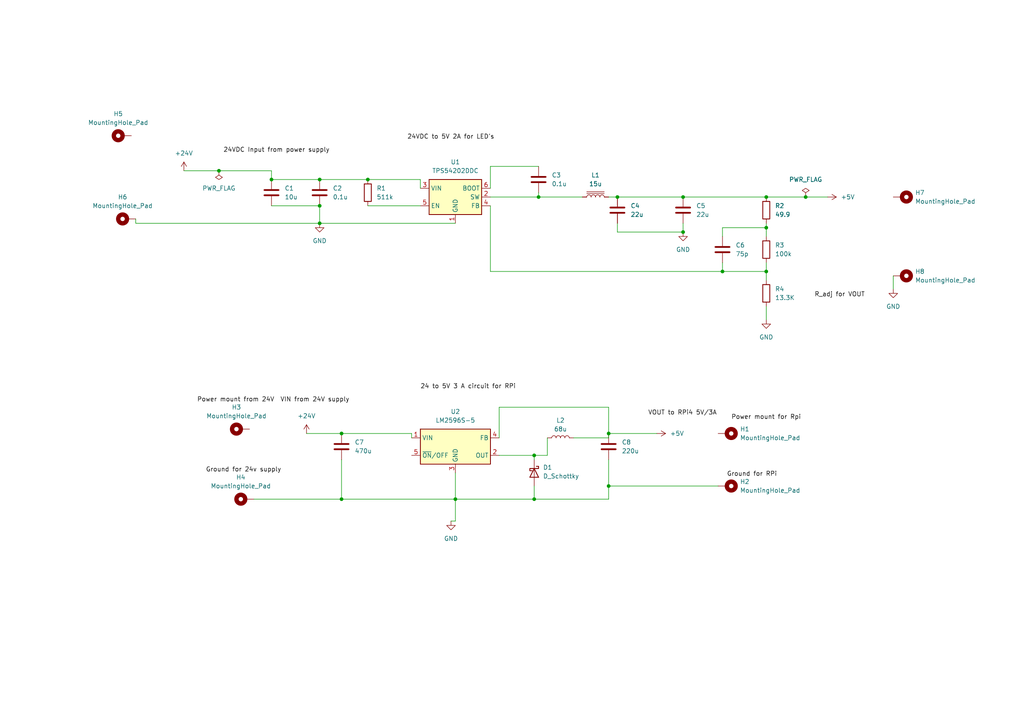
<source format=kicad_sch>
(kicad_sch (version 20230121) (generator eeschema)

  (uuid c8a1dbed-09ff-4cce-b212-445f2f4631fc)

  (paper "A4")

  (title_block
    (date "2023-09-15")
    (rev "2")
    (company "SDSU Team 12")
  )

  (lib_symbols
    (symbol "Device:C" (pin_numbers hide) (pin_names (offset 0.254)) (in_bom yes) (on_board yes)
      (property "Reference" "C" (at 0.635 2.54 0)
        (effects (font (size 1.27 1.27)) (justify left))
      )
      (property "Value" "C" (at 0.635 -2.54 0)
        (effects (font (size 1.27 1.27)) (justify left))
      )
      (property "Footprint" "" (at 0.9652 -3.81 0)
        (effects (font (size 1.27 1.27)) hide)
      )
      (property "Datasheet" "~" (at 0 0 0)
        (effects (font (size 1.27 1.27)) hide)
      )
      (property "ki_keywords" "cap capacitor" (at 0 0 0)
        (effects (font (size 1.27 1.27)) hide)
      )
      (property "ki_description" "Unpolarized capacitor" (at 0 0 0)
        (effects (font (size 1.27 1.27)) hide)
      )
      (property "ki_fp_filters" "C_*" (at 0 0 0)
        (effects (font (size 1.27 1.27)) hide)
      )
      (symbol "C_0_1"
        (polyline
          (pts
            (xy -2.032 -0.762)
            (xy 2.032 -0.762)
          )
          (stroke (width 0.508) (type default))
          (fill (type none))
        )
        (polyline
          (pts
            (xy -2.032 0.762)
            (xy 2.032 0.762)
          )
          (stroke (width 0.508) (type default))
          (fill (type none))
        )
      )
      (symbol "C_1_1"
        (pin passive line (at 0 3.81 270) (length 2.794)
          (name "~" (effects (font (size 1.27 1.27))))
          (number "1" (effects (font (size 1.27 1.27))))
        )
        (pin passive line (at 0 -3.81 90) (length 2.794)
          (name "~" (effects (font (size 1.27 1.27))))
          (number "2" (effects (font (size 1.27 1.27))))
        )
      )
    )
    (symbol "Device:D_Schottky" (pin_numbers hide) (pin_names (offset 1.016) hide) (in_bom yes) (on_board yes)
      (property "Reference" "D" (at 0 2.54 0)
        (effects (font (size 1.27 1.27)))
      )
      (property "Value" "D_Schottky" (at 0 -2.54 0)
        (effects (font (size 1.27 1.27)))
      )
      (property "Footprint" "" (at 0 0 0)
        (effects (font (size 1.27 1.27)) hide)
      )
      (property "Datasheet" "~" (at 0 0 0)
        (effects (font (size 1.27 1.27)) hide)
      )
      (property "ki_keywords" "diode Schottky" (at 0 0 0)
        (effects (font (size 1.27 1.27)) hide)
      )
      (property "ki_description" "Schottky diode" (at 0 0 0)
        (effects (font (size 1.27 1.27)) hide)
      )
      (property "ki_fp_filters" "TO-???* *_Diode_* *SingleDiode* D_*" (at 0 0 0)
        (effects (font (size 1.27 1.27)) hide)
      )
      (symbol "D_Schottky_0_1"
        (polyline
          (pts
            (xy 1.27 0)
            (xy -1.27 0)
          )
          (stroke (width 0) (type default))
          (fill (type none))
        )
        (polyline
          (pts
            (xy 1.27 1.27)
            (xy 1.27 -1.27)
            (xy -1.27 0)
            (xy 1.27 1.27)
          )
          (stroke (width 0.254) (type default))
          (fill (type none))
        )
        (polyline
          (pts
            (xy -1.905 0.635)
            (xy -1.905 1.27)
            (xy -1.27 1.27)
            (xy -1.27 -1.27)
            (xy -0.635 -1.27)
            (xy -0.635 -0.635)
          )
          (stroke (width 0.254) (type default))
          (fill (type none))
        )
      )
      (symbol "D_Schottky_1_1"
        (pin passive line (at -3.81 0 0) (length 2.54)
          (name "K" (effects (font (size 1.27 1.27))))
          (number "1" (effects (font (size 1.27 1.27))))
        )
        (pin passive line (at 3.81 0 180) (length 2.54)
          (name "A" (effects (font (size 1.27 1.27))))
          (number "2" (effects (font (size 1.27 1.27))))
        )
      )
    )
    (symbol "Device:L" (pin_numbers hide) (pin_names (offset 1.016) hide) (in_bom yes) (on_board yes)
      (property "Reference" "L" (at -1.27 0 90)
        (effects (font (size 1.27 1.27)))
      )
      (property "Value" "L" (at 1.905 0 90)
        (effects (font (size 1.27 1.27)))
      )
      (property "Footprint" "" (at 0 0 0)
        (effects (font (size 1.27 1.27)) hide)
      )
      (property "Datasheet" "~" (at 0 0 0)
        (effects (font (size 1.27 1.27)) hide)
      )
      (property "ki_keywords" "inductor choke coil reactor magnetic" (at 0 0 0)
        (effects (font (size 1.27 1.27)) hide)
      )
      (property "ki_description" "Inductor" (at 0 0 0)
        (effects (font (size 1.27 1.27)) hide)
      )
      (property "ki_fp_filters" "Choke_* *Coil* Inductor_* L_*" (at 0 0 0)
        (effects (font (size 1.27 1.27)) hide)
      )
      (symbol "L_0_1"
        (arc (start 0 -2.54) (mid 0.6323 -1.905) (end 0 -1.27)
          (stroke (width 0) (type default))
          (fill (type none))
        )
        (arc (start 0 -1.27) (mid 0.6323 -0.635) (end 0 0)
          (stroke (width 0) (type default))
          (fill (type none))
        )
        (arc (start 0 0) (mid 0.6323 0.635) (end 0 1.27)
          (stroke (width 0) (type default))
          (fill (type none))
        )
        (arc (start 0 1.27) (mid 0.6323 1.905) (end 0 2.54)
          (stroke (width 0) (type default))
          (fill (type none))
        )
      )
      (symbol "L_1_1"
        (pin passive line (at 0 3.81 270) (length 1.27)
          (name "1" (effects (font (size 1.27 1.27))))
          (number "1" (effects (font (size 1.27 1.27))))
        )
        (pin passive line (at 0 -3.81 90) (length 1.27)
          (name "2" (effects (font (size 1.27 1.27))))
          (number "2" (effects (font (size 1.27 1.27))))
        )
      )
    )
    (symbol "Device:L_Iron" (pin_numbers hide) (pin_names (offset 1.016) hide) (in_bom yes) (on_board yes)
      (property "Reference" "L" (at -1.27 0 90)
        (effects (font (size 1.27 1.27)))
      )
      (property "Value" "L_Iron" (at 2.794 0 90)
        (effects (font (size 1.27 1.27)))
      )
      (property "Footprint" "" (at 0 0 0)
        (effects (font (size 1.27 1.27)) hide)
      )
      (property "Datasheet" "~" (at 0 0 0)
        (effects (font (size 1.27 1.27)) hide)
      )
      (property "ki_keywords" "inductor choke coil reactor magnetic" (at 0 0 0)
        (effects (font (size 1.27 1.27)) hide)
      )
      (property "ki_description" "Inductor with iron core" (at 0 0 0)
        (effects (font (size 1.27 1.27)) hide)
      )
      (property "ki_fp_filters" "Choke_* *Coil* Inductor_* L_*" (at 0 0 0)
        (effects (font (size 1.27 1.27)) hide)
      )
      (symbol "L_Iron_0_1"
        (arc (start 0 -2.54) (mid 0.6323 -1.905) (end 0 -1.27)
          (stroke (width 0) (type default))
          (fill (type none))
        )
        (arc (start 0 -1.27) (mid 0.6323 -0.635) (end 0 0)
          (stroke (width 0) (type default))
          (fill (type none))
        )
        (polyline
          (pts
            (xy 1.016 2.54)
            (xy 1.016 -2.54)
          )
          (stroke (width 0) (type default))
          (fill (type none))
        )
        (polyline
          (pts
            (xy 1.524 -2.54)
            (xy 1.524 2.54)
          )
          (stroke (width 0) (type default))
          (fill (type none))
        )
        (arc (start 0 0) (mid 0.6323 0.635) (end 0 1.27)
          (stroke (width 0) (type default))
          (fill (type none))
        )
        (arc (start 0 1.27) (mid 0.6323 1.905) (end 0 2.54)
          (stroke (width 0) (type default))
          (fill (type none))
        )
      )
      (symbol "L_Iron_1_1"
        (pin passive line (at 0 3.81 270) (length 1.27)
          (name "1" (effects (font (size 1.27 1.27))))
          (number "1" (effects (font (size 1.27 1.27))))
        )
        (pin passive line (at 0 -3.81 90) (length 1.27)
          (name "2" (effects (font (size 1.27 1.27))))
          (number "2" (effects (font (size 1.27 1.27))))
        )
      )
    )
    (symbol "Device:R" (pin_numbers hide) (pin_names (offset 0)) (in_bom yes) (on_board yes)
      (property "Reference" "R" (at 2.032 0 90)
        (effects (font (size 1.27 1.27)))
      )
      (property "Value" "R" (at 0 0 90)
        (effects (font (size 1.27 1.27)))
      )
      (property "Footprint" "" (at -1.778 0 90)
        (effects (font (size 1.27 1.27)) hide)
      )
      (property "Datasheet" "~" (at 0 0 0)
        (effects (font (size 1.27 1.27)) hide)
      )
      (property "ki_keywords" "R res resistor" (at 0 0 0)
        (effects (font (size 1.27 1.27)) hide)
      )
      (property "ki_description" "Resistor" (at 0 0 0)
        (effects (font (size 1.27 1.27)) hide)
      )
      (property "ki_fp_filters" "R_*" (at 0 0 0)
        (effects (font (size 1.27 1.27)) hide)
      )
      (symbol "R_0_1"
        (rectangle (start -1.016 -2.54) (end 1.016 2.54)
          (stroke (width 0.254) (type default))
          (fill (type none))
        )
      )
      (symbol "R_1_1"
        (pin passive line (at 0 3.81 270) (length 1.27)
          (name "~" (effects (font (size 1.27 1.27))))
          (number "1" (effects (font (size 1.27 1.27))))
        )
        (pin passive line (at 0 -3.81 90) (length 1.27)
          (name "~" (effects (font (size 1.27 1.27))))
          (number "2" (effects (font (size 1.27 1.27))))
        )
      )
    )
    (symbol "Mechanical:MountingHole_Pad" (pin_numbers hide) (pin_names (offset 1.016) hide) (in_bom yes) (on_board yes)
      (property "Reference" "H" (at 0 6.35 0)
        (effects (font (size 1.27 1.27)))
      )
      (property "Value" "MountingHole_Pad" (at 0 4.445 0)
        (effects (font (size 1.27 1.27)))
      )
      (property "Footprint" "" (at 0 0 0)
        (effects (font (size 1.27 1.27)) hide)
      )
      (property "Datasheet" "~" (at 0 0 0)
        (effects (font (size 1.27 1.27)) hide)
      )
      (property "ki_keywords" "mounting hole" (at 0 0 0)
        (effects (font (size 1.27 1.27)) hide)
      )
      (property "ki_description" "Mounting Hole with connection" (at 0 0 0)
        (effects (font (size 1.27 1.27)) hide)
      )
      (property "ki_fp_filters" "MountingHole*Pad*" (at 0 0 0)
        (effects (font (size 1.27 1.27)) hide)
      )
      (symbol "MountingHole_Pad_0_1"
        (circle (center 0 1.27) (radius 1.27)
          (stroke (width 1.27) (type default))
          (fill (type none))
        )
      )
      (symbol "MountingHole_Pad_1_1"
        (pin input line (at 0 -2.54 90) (length 2.54)
          (name "1" (effects (font (size 1.27 1.27))))
          (number "1" (effects (font (size 1.27 1.27))))
        )
      )
    )
    (symbol "Regulator_Switching:LM2596S-5" (in_bom yes) (on_board yes)
      (property "Reference" "U" (at -10.16 6.35 0)
        (effects (font (size 1.27 1.27)) (justify left))
      )
      (property "Value" "LM2596S-5" (at 0 6.35 0)
        (effects (font (size 1.27 1.27)) (justify left))
      )
      (property "Footprint" "Package_TO_SOT_SMD:TO-263-5_TabPin3" (at 1.27 -6.35 0)
        (effects (font (size 1.27 1.27) italic) (justify left) hide)
      )
      (property "Datasheet" "http://www.ti.com/lit/ds/symlink/lm2596.pdf" (at 0 0 0)
        (effects (font (size 1.27 1.27)) hide)
      )
      (property "ki_keywords" "Step-Down Voltage Regulator 5V 3A" (at 0 0 0)
        (effects (font (size 1.27 1.27)) hide)
      )
      (property "ki_description" "5V 3A Step-Down Voltage Regulator, TO-263" (at 0 0 0)
        (effects (font (size 1.27 1.27)) hide)
      )
      (property "ki_fp_filters" "TO?263*" (at 0 0 0)
        (effects (font (size 1.27 1.27)) hide)
      )
      (symbol "LM2596S-5_0_1"
        (rectangle (start -10.16 5.08) (end 10.16 -5.08)
          (stroke (width 0.254) (type default))
          (fill (type background))
        )
      )
      (symbol "LM2596S-5_1_1"
        (pin power_in line (at -12.7 2.54 0) (length 2.54)
          (name "VIN" (effects (font (size 1.27 1.27))))
          (number "1" (effects (font (size 1.27 1.27))))
        )
        (pin output line (at 12.7 -2.54 180) (length 2.54)
          (name "OUT" (effects (font (size 1.27 1.27))))
          (number "2" (effects (font (size 1.27 1.27))))
        )
        (pin power_in line (at 0 -7.62 90) (length 2.54)
          (name "GND" (effects (font (size 1.27 1.27))))
          (number "3" (effects (font (size 1.27 1.27))))
        )
        (pin input line (at 12.7 2.54 180) (length 2.54)
          (name "FB" (effects (font (size 1.27 1.27))))
          (number "4" (effects (font (size 1.27 1.27))))
        )
        (pin input line (at -12.7 -2.54 0) (length 2.54)
          (name "~{ON}/OFF" (effects (font (size 1.27 1.27))))
          (number "5" (effects (font (size 1.27 1.27))))
        )
      )
    )
    (symbol "Regulator_Switching:TPS54202DDC" (in_bom yes) (on_board yes)
      (property "Reference" "U" (at -7.62 6.35 0)
        (effects (font (size 1.27 1.27)) (justify left))
      )
      (property "Value" "TPS54202DDC" (at 0 6.35 0)
        (effects (font (size 1.27 1.27)) (justify left))
      )
      (property "Footprint" "Package_TO_SOT_SMD:SOT-23-6" (at 1.27 -8.89 0)
        (effects (font (size 1.27 1.27)) (justify left) hide)
      )
      (property "Datasheet" "http://www.ti.com/lit/ds/symlink/tps54202.pdf" (at -7.62 8.89 0)
        (effects (font (size 1.27 1.27)) hide)
      )
      (property "ki_keywords" "switching buck converter power-supply voltage regulator emi spread spectrum" (at 0 0 0)
        (effects (font (size 1.27 1.27)) hide)
      )
      (property "ki_description" "2A, 4.5 to 28V Input, EMI Friendly integrated switch synchronous step-down regulator, pulse-skipping, SOT-23-6" (at 0 0 0)
        (effects (font (size 1.27 1.27)) hide)
      )
      (property "ki_fp_filters" "SOT?23*" (at 0 0 0)
        (effects (font (size 1.27 1.27)) hide)
      )
      (symbol "TPS54202DDC_0_1"
        (rectangle (start -7.62 5.08) (end 7.62 -5.08)
          (stroke (width 0.254) (type default))
          (fill (type background))
        )
      )
      (symbol "TPS54202DDC_1_1"
        (pin power_in line (at 0 -7.62 90) (length 2.54)
          (name "GND" (effects (font (size 1.27 1.27))))
          (number "1" (effects (font (size 1.27 1.27))))
        )
        (pin power_out line (at 10.16 0 180) (length 2.54)
          (name "SW" (effects (font (size 1.27 1.27))))
          (number "2" (effects (font (size 1.27 1.27))))
        )
        (pin power_in line (at -10.16 2.54 0) (length 2.54)
          (name "VIN" (effects (font (size 1.27 1.27))))
          (number "3" (effects (font (size 1.27 1.27))))
        )
        (pin input line (at 10.16 -2.54 180) (length 2.54)
          (name "FB" (effects (font (size 1.27 1.27))))
          (number "4" (effects (font (size 1.27 1.27))))
        )
        (pin input line (at -10.16 -2.54 0) (length 2.54)
          (name "EN" (effects (font (size 1.27 1.27))))
          (number "5" (effects (font (size 1.27 1.27))))
        )
        (pin passive line (at 10.16 2.54 180) (length 2.54)
          (name "BOOT" (effects (font (size 1.27 1.27))))
          (number "6" (effects (font (size 1.27 1.27))))
        )
      )
    )
    (symbol "power:+24V" (power) (pin_names (offset 0)) (in_bom yes) (on_board yes)
      (property "Reference" "#PWR" (at 0 -3.81 0)
        (effects (font (size 1.27 1.27)) hide)
      )
      (property "Value" "+24V" (at 0 3.556 0)
        (effects (font (size 1.27 1.27)))
      )
      (property "Footprint" "" (at 0 0 0)
        (effects (font (size 1.27 1.27)) hide)
      )
      (property "Datasheet" "" (at 0 0 0)
        (effects (font (size 1.27 1.27)) hide)
      )
      (property "ki_keywords" "global power" (at 0 0 0)
        (effects (font (size 1.27 1.27)) hide)
      )
      (property "ki_description" "Power symbol creates a global label with name \"+24V\"" (at 0 0 0)
        (effects (font (size 1.27 1.27)) hide)
      )
      (symbol "+24V_0_1"
        (polyline
          (pts
            (xy -0.762 1.27)
            (xy 0 2.54)
          )
          (stroke (width 0) (type default))
          (fill (type none))
        )
        (polyline
          (pts
            (xy 0 0)
            (xy 0 2.54)
          )
          (stroke (width 0) (type default))
          (fill (type none))
        )
        (polyline
          (pts
            (xy 0 2.54)
            (xy 0.762 1.27)
          )
          (stroke (width 0) (type default))
          (fill (type none))
        )
      )
      (symbol "+24V_1_1"
        (pin power_in line (at 0 0 90) (length 0) hide
          (name "+24V" (effects (font (size 1.27 1.27))))
          (number "1" (effects (font (size 1.27 1.27))))
        )
      )
    )
    (symbol "power:+5V" (power) (pin_names (offset 0)) (in_bom yes) (on_board yes)
      (property "Reference" "#PWR" (at 0 -3.81 0)
        (effects (font (size 1.27 1.27)) hide)
      )
      (property "Value" "+5V" (at 0 3.556 0)
        (effects (font (size 1.27 1.27)))
      )
      (property "Footprint" "" (at 0 0 0)
        (effects (font (size 1.27 1.27)) hide)
      )
      (property "Datasheet" "" (at 0 0 0)
        (effects (font (size 1.27 1.27)) hide)
      )
      (property "ki_keywords" "global power" (at 0 0 0)
        (effects (font (size 1.27 1.27)) hide)
      )
      (property "ki_description" "Power symbol creates a global label with name \"+5V\"" (at 0 0 0)
        (effects (font (size 1.27 1.27)) hide)
      )
      (symbol "+5V_0_1"
        (polyline
          (pts
            (xy -0.762 1.27)
            (xy 0 2.54)
          )
          (stroke (width 0) (type default))
          (fill (type none))
        )
        (polyline
          (pts
            (xy 0 0)
            (xy 0 2.54)
          )
          (stroke (width 0) (type default))
          (fill (type none))
        )
        (polyline
          (pts
            (xy 0 2.54)
            (xy 0.762 1.27)
          )
          (stroke (width 0) (type default))
          (fill (type none))
        )
      )
      (symbol "+5V_1_1"
        (pin power_in line (at 0 0 90) (length 0) hide
          (name "+5V" (effects (font (size 1.27 1.27))))
          (number "1" (effects (font (size 1.27 1.27))))
        )
      )
    )
    (symbol "power:GND" (power) (pin_names (offset 0)) (in_bom yes) (on_board yes)
      (property "Reference" "#PWR" (at 0 -6.35 0)
        (effects (font (size 1.27 1.27)) hide)
      )
      (property "Value" "GND" (at 0 -3.81 0)
        (effects (font (size 1.27 1.27)))
      )
      (property "Footprint" "" (at 0 0 0)
        (effects (font (size 1.27 1.27)) hide)
      )
      (property "Datasheet" "" (at 0 0 0)
        (effects (font (size 1.27 1.27)) hide)
      )
      (property "ki_keywords" "global power" (at 0 0 0)
        (effects (font (size 1.27 1.27)) hide)
      )
      (property "ki_description" "Power symbol creates a global label with name \"GND\" , ground" (at 0 0 0)
        (effects (font (size 1.27 1.27)) hide)
      )
      (symbol "GND_0_1"
        (polyline
          (pts
            (xy 0 0)
            (xy 0 -1.27)
            (xy 1.27 -1.27)
            (xy 0 -2.54)
            (xy -1.27 -1.27)
            (xy 0 -1.27)
          )
          (stroke (width 0) (type default))
          (fill (type none))
        )
      )
      (symbol "GND_1_1"
        (pin power_in line (at 0 0 270) (length 0) hide
          (name "GND" (effects (font (size 1.27 1.27))))
          (number "1" (effects (font (size 1.27 1.27))))
        )
      )
    )
    (symbol "power:PWR_FLAG" (power) (pin_numbers hide) (pin_names (offset 0) hide) (in_bom yes) (on_board yes)
      (property "Reference" "#FLG" (at 0 1.905 0)
        (effects (font (size 1.27 1.27)) hide)
      )
      (property "Value" "PWR_FLAG" (at 0 3.81 0)
        (effects (font (size 1.27 1.27)))
      )
      (property "Footprint" "" (at 0 0 0)
        (effects (font (size 1.27 1.27)) hide)
      )
      (property "Datasheet" "~" (at 0 0 0)
        (effects (font (size 1.27 1.27)) hide)
      )
      (property "ki_keywords" "flag power" (at 0 0 0)
        (effects (font (size 1.27 1.27)) hide)
      )
      (property "ki_description" "Special symbol for telling ERC where power comes from" (at 0 0 0)
        (effects (font (size 1.27 1.27)) hide)
      )
      (symbol "PWR_FLAG_0_0"
        (pin power_out line (at 0 0 90) (length 0)
          (name "pwr" (effects (font (size 1.27 1.27))))
          (number "1" (effects (font (size 1.27 1.27))))
        )
      )
      (symbol "PWR_FLAG_0_1"
        (polyline
          (pts
            (xy 0 0)
            (xy 0 1.27)
            (xy -1.016 1.905)
            (xy 0 2.54)
            (xy 1.016 1.905)
            (xy 0 1.27)
          )
          (stroke (width 0) (type default))
          (fill (type none))
        )
      )
    )
  )

  (junction (at 222.25 66.04) (diameter 0) (color 0 0 0 0)
    (uuid 2797f860-fa1d-48dd-a77d-c5cbb9ba0bee)
  )
  (junction (at 63.5 49.53) (diameter 0) (color 0 0 0 0)
    (uuid 2eb2c96b-74b9-4005-8534-d22868ebc91b)
  )
  (junction (at 154.94 144.78) (diameter 0) (color 0 0 0 0)
    (uuid 371df89e-68e1-48e2-baed-dc12fcabb57e)
  )
  (junction (at 222.25 57.15) (diameter 0) (color 0 0 0 0)
    (uuid 37c09415-b957-42a1-ba1f-08913868ad97)
  )
  (junction (at 209.55 78.74) (diameter 0) (color 0 0 0 0)
    (uuid 3d1ae8d9-5f7d-4783-83a2-37779e25d0c1)
  )
  (junction (at 99.06 125.73) (diameter 0) (color 0 0 0 0)
    (uuid 46515907-76ff-452e-b55f-a0fe7909916f)
  )
  (junction (at 106.68 52.07) (diameter 0) (color 0 0 0 0)
    (uuid 4732c804-c3b8-42e3-b9ae-1b29edad4bea)
  )
  (junction (at 92.71 52.07) (diameter 0) (color 0 0 0 0)
    (uuid 5d27b4e5-f735-4d9b-9e05-a7361b19012d)
  )
  (junction (at 179.07 57.15) (diameter 0) (color 0 0 0 0)
    (uuid 5e5e2f9a-a78e-4cdd-8114-693c1d57dcdc)
  )
  (junction (at 99.06 144.78) (diameter 0) (color 0 0 0 0)
    (uuid 6d7cc117-2f52-4149-8788-88251bd87644)
  )
  (junction (at 198.12 57.15) (diameter 0) (color 0 0 0 0)
    (uuid 85f28024-df3b-44d4-83dd-a60e3deb2171)
  )
  (junction (at 78.74 52.07) (diameter 0) (color 0 0 0 0)
    (uuid 88db6738-2744-4b46-90c5-672737024d01)
  )
  (junction (at 156.21 57.15) (diameter 0) (color 0 0 0 0)
    (uuid a29727e3-6f01-4164-9fc1-0c89800053eb)
  )
  (junction (at 198.12 67.31) (diameter 0) (color 0 0 0 0)
    (uuid b2723e98-818b-4ba4-9f68-3b46317ccf45)
  )
  (junction (at 176.53 125.73) (diameter 0) (color 0 0 0 0)
    (uuid b58a2aa2-dd8a-43a3-bac7-e75a16eebeed)
  )
  (junction (at 92.71 59.69) (diameter 0) (color 0 0 0 0)
    (uuid bb6f5023-56f9-412a-ae62-34024f15ec6c)
  )
  (junction (at 222.25 78.74) (diameter 0) (color 0 0 0 0)
    (uuid c2514e33-0c4c-43b2-a923-3b76b03156c2)
  )
  (junction (at 132.08 144.78) (diameter 0) (color 0 0 0 0)
    (uuid c6b00251-c05f-456d-99ab-26aa74fe10cb)
  )
  (junction (at 233.68 57.15) (diameter 0) (color 0 0 0 0)
    (uuid c9f4585d-1783-4c5a-9b7f-c3a5e0d1f1eb)
  )
  (junction (at 92.71 64.77) (diameter 0) (color 0 0 0 0)
    (uuid ccdbb537-aac1-4112-8bce-58406dfa7cbf)
  )
  (junction (at 176.53 140.97) (diameter 0) (color 0 0 0 0)
    (uuid d412b2cb-023d-48f2-9e86-b8158c0213f7)
  )
  (junction (at 154.94 132.08) (diameter 0) (color 0 0 0 0)
    (uuid e0f2d1b2-dd39-4b43-9523-a63b2e59332f)
  )

  (wire (pts (xy 158.75 132.08) (xy 158.75 127))
    (stroke (width 0) (type default))
    (uuid 0216f41b-c9da-49f6-ba68-c1b256071896)
  )
  (wire (pts (xy 154.94 132.08) (xy 158.75 132.08))
    (stroke (width 0) (type default))
    (uuid 0938b4dd-f0c6-4dc3-aeed-2b4c79b09530)
  )
  (wire (pts (xy 209.55 68.58) (xy 209.55 66.04))
    (stroke (width 0) (type default))
    (uuid 09ec8a32-1b79-4174-b49b-2cd874f5c1c7)
  )
  (wire (pts (xy 132.08 151.13) (xy 130.81 151.13))
    (stroke (width 0) (type default))
    (uuid 0ca127c0-48f3-49b4-90b2-a5d7040de3e7)
  )
  (wire (pts (xy 176.53 118.11) (xy 176.53 125.73))
    (stroke (width 0) (type default))
    (uuid 170669b3-da04-46d0-9f6a-2b7e5f3380e9)
  )
  (wire (pts (xy 222.25 66.04) (xy 222.25 68.58))
    (stroke (width 0) (type default))
    (uuid 17745703-8319-42f5-8ad6-a0463dca3f6d)
  )
  (wire (pts (xy 78.74 59.69) (xy 92.71 59.69))
    (stroke (width 0) (type default))
    (uuid 18211dae-47e0-4160-99a9-4a87113e81c3)
  )
  (wire (pts (xy 142.24 57.15) (xy 156.21 57.15))
    (stroke (width 0) (type default))
    (uuid 1ea80353-0c55-42fb-8133-e4d19f91e179)
  )
  (wire (pts (xy 166.37 127) (xy 176.53 127))
    (stroke (width 0) (type default))
    (uuid 241dfce7-2aa5-4104-8904-d9051f6cf1fb)
  )
  (wire (pts (xy 222.25 88.9) (xy 222.25 92.71))
    (stroke (width 0) (type default))
    (uuid 2494819f-592f-48c0-99b5-94f346e6a1a7)
  )
  (wire (pts (xy 179.07 57.15) (xy 198.12 57.15))
    (stroke (width 0) (type default))
    (uuid 26fa8530-8d71-4cef-913c-d71e119e20c1)
  )
  (wire (pts (xy 154.94 140.97) (xy 154.94 144.78))
    (stroke (width 0) (type default))
    (uuid 2a68ce3f-fb2e-4897-97cf-94b4d5d0f256)
  )
  (wire (pts (xy 233.68 57.15) (xy 240.03 57.15))
    (stroke (width 0) (type default))
    (uuid 2e553349-42a9-476b-9831-45f283560d7b)
  )
  (wire (pts (xy 144.78 118.11) (xy 176.53 118.11))
    (stroke (width 0) (type default))
    (uuid 30f4c714-cbfe-481f-bff9-f6b03c697259)
  )
  (wire (pts (xy 156.21 57.15) (xy 168.91 57.15))
    (stroke (width 0) (type default))
    (uuid 31f844a8-c37d-41c2-b9a6-d3fec79cf785)
  )
  (wire (pts (xy 144.78 132.08) (xy 154.94 132.08))
    (stroke (width 0) (type default))
    (uuid 31fd0af2-a968-471f-bbb9-25e5959579f7)
  )
  (wire (pts (xy 222.25 78.74) (xy 222.25 81.28))
    (stroke (width 0) (type default))
    (uuid 32b79e6a-448c-4876-984f-d25378463386)
  )
  (wire (pts (xy 92.71 64.77) (xy 39.37 64.77))
    (stroke (width 0) (type default))
    (uuid 47096136-7f0d-4347-8a65-f413da7bf578)
  )
  (wire (pts (xy 144.78 127) (xy 144.78 118.11))
    (stroke (width 0) (type default))
    (uuid 4b987748-31b1-4ec6-9de6-693b894db4b6)
  )
  (wire (pts (xy 208.28 140.97) (xy 176.53 140.97))
    (stroke (width 0) (type default))
    (uuid 50767e53-28fa-4d02-b187-3545f38cc71d)
  )
  (wire (pts (xy 176.53 140.97) (xy 176.53 144.78))
    (stroke (width 0) (type default))
    (uuid 55b8def0-9191-40c6-afc7-dc7349bbfc07)
  )
  (wire (pts (xy 78.74 52.07) (xy 92.71 52.07))
    (stroke (width 0) (type default))
    (uuid 5653a774-b0e1-413a-8c39-2af2a7eca1f9)
  )
  (wire (pts (xy 99.06 144.78) (xy 132.08 144.78))
    (stroke (width 0) (type default))
    (uuid 5fe8a6a2-76c9-4b0a-8f11-545e02d8272f)
  )
  (wire (pts (xy 53.34 49.53) (xy 63.5 49.53))
    (stroke (width 0) (type default))
    (uuid 65491de6-dbbc-4988-9905-f5861fc57f1c)
  )
  (wire (pts (xy 142.24 59.69) (xy 142.24 78.74))
    (stroke (width 0) (type default))
    (uuid 67746537-632e-434a-b985-360f50024dd3)
  )
  (wire (pts (xy 176.53 144.78) (xy 154.94 144.78))
    (stroke (width 0) (type default))
    (uuid 6f9484dd-d755-4de5-96c4-4c2ed99f8ab4)
  )
  (wire (pts (xy 179.07 67.31) (xy 198.12 67.31))
    (stroke (width 0) (type default))
    (uuid 72660814-961b-4908-b561-40e0dce55334)
  )
  (wire (pts (xy 99.06 125.73) (xy 119.38 125.73))
    (stroke (width 0) (type default))
    (uuid 7be9607e-9616-490c-a519-04d7f3f8dec6)
  )
  (wire (pts (xy 92.71 52.07) (xy 106.68 52.07))
    (stroke (width 0) (type default))
    (uuid 8021d842-2f2d-4362-848c-ec82557c90e1)
  )
  (wire (pts (xy 132.08 137.16) (xy 132.08 144.78))
    (stroke (width 0) (type default))
    (uuid 875979d8-1370-4284-8d16-72d1dafeac1b)
  )
  (wire (pts (xy 73.66 144.78) (xy 99.06 144.78))
    (stroke (width 0) (type default))
    (uuid 8ddc34ec-691e-4a8b-986e-fe5c3441674b)
  )
  (wire (pts (xy 259.08 80.01) (xy 259.08 83.82))
    (stroke (width 0) (type default))
    (uuid 8e3f1d37-6327-4220-8141-53076b81ae9e)
  )
  (wire (pts (xy 198.12 64.77) (xy 198.12 67.31))
    (stroke (width 0) (type default))
    (uuid 8f272dc7-bf9d-479e-80ac-d8a9c14489b0)
  )
  (wire (pts (xy 156.21 55.88) (xy 156.21 57.15))
    (stroke (width 0) (type default))
    (uuid 93c66070-e546-47c5-8a3e-02ad8aa5def2)
  )
  (wire (pts (xy 209.55 78.74) (xy 142.24 78.74))
    (stroke (width 0) (type default))
    (uuid 9419c37f-6d0d-4b2a-92ee-ebe951a2c6ed)
  )
  (wire (pts (xy 106.68 59.69) (xy 121.92 59.69))
    (stroke (width 0) (type default))
    (uuid 96513e71-2a44-4fd2-89c7-1211b7856f16)
  )
  (wire (pts (xy 222.25 57.15) (xy 233.68 57.15))
    (stroke (width 0) (type default))
    (uuid 9720b0e3-308c-4e7c-a963-04e21503c947)
  )
  (wire (pts (xy 209.55 66.04) (xy 222.25 66.04))
    (stroke (width 0) (type default))
    (uuid 99744ac7-bf0c-4e0b-9252-0d310d7a1f8c)
  )
  (wire (pts (xy 179.07 64.77) (xy 179.07 67.31))
    (stroke (width 0) (type default))
    (uuid a0c10bad-5875-45af-a9b2-711f703cf61e)
  )
  (wire (pts (xy 209.55 76.2) (xy 209.55 78.74))
    (stroke (width 0) (type default))
    (uuid a0cbfa70-d051-49da-8594-b94976ab5625)
  )
  (wire (pts (xy 88.9 125.73) (xy 99.06 125.73))
    (stroke (width 0) (type default))
    (uuid ab854cfc-29f5-41ed-bed4-7832f6cc94cf)
  )
  (wire (pts (xy 176.53 127) (xy 176.53 125.73))
    (stroke (width 0) (type default))
    (uuid ad046e52-67c0-4152-96ff-0175a6e4f1c4)
  )
  (wire (pts (xy 142.24 48.26) (xy 142.24 54.61))
    (stroke (width 0) (type default))
    (uuid ad750c0c-24ba-4ccf-86d2-435a89649900)
  )
  (wire (pts (xy 198.12 57.15) (xy 222.25 57.15))
    (stroke (width 0) (type default))
    (uuid aeedd230-144f-4b87-a005-529bbabd54a5)
  )
  (wire (pts (xy 63.5 49.53) (xy 78.74 49.53))
    (stroke (width 0) (type default))
    (uuid b3f8a8a8-aec8-4375-b174-54ac48ae7414)
  )
  (wire (pts (xy 132.08 144.78) (xy 132.08 151.13))
    (stroke (width 0) (type default))
    (uuid b8f36302-965e-4f23-9e59-576e33f34482)
  )
  (wire (pts (xy 154.94 144.78) (xy 132.08 144.78))
    (stroke (width 0) (type default))
    (uuid be55b3e7-6937-42b5-81ab-41c8938f3943)
  )
  (wire (pts (xy 176.53 125.73) (xy 190.5 125.73))
    (stroke (width 0) (type default))
    (uuid bf1ab3f4-587a-4577-ab77-c3ab2a0527e4)
  )
  (wire (pts (xy 209.55 78.74) (xy 222.25 78.74))
    (stroke (width 0) (type default))
    (uuid c059a62d-897a-45ba-b946-c7ecd14b8106)
  )
  (wire (pts (xy 176.53 57.15) (xy 179.07 57.15))
    (stroke (width 0) (type default))
    (uuid c140c86b-c267-4d7d-84b2-6b5cd51f3a2c)
  )
  (wire (pts (xy 132.08 64.77) (xy 92.71 64.77))
    (stroke (width 0) (type default))
    (uuid cba8d8da-6b6e-4016-83e8-d50aa949352c)
  )
  (wire (pts (xy 156.21 48.26) (xy 142.24 48.26))
    (stroke (width 0) (type default))
    (uuid d7da7543-8864-4048-bf9a-fdec1da2a93b)
  )
  (wire (pts (xy 78.74 49.53) (xy 78.74 52.07))
    (stroke (width 0) (type default))
    (uuid dae2e584-d8f8-4d0a-8fb9-3547a84aaf50)
  )
  (wire (pts (xy 222.25 64.77) (xy 222.25 66.04))
    (stroke (width 0) (type default))
    (uuid e048ef5f-e80d-4f34-9cf5-335b49f4e0af)
  )
  (wire (pts (xy 106.68 52.07) (xy 121.92 52.07))
    (stroke (width 0) (type default))
    (uuid e1338ce7-6d15-4bd7-a49f-937c39666246)
  )
  (wire (pts (xy 176.53 133.35) (xy 176.53 140.97))
    (stroke (width 0) (type default))
    (uuid e2583da5-5b4d-4fd6-8cde-318c8002a0c8)
  )
  (wire (pts (xy 119.38 125.73) (xy 119.38 127))
    (stroke (width 0) (type default))
    (uuid e323a302-d5d7-4682-a1be-7336e1f004f5)
  )
  (wire (pts (xy 39.37 64.77) (xy 39.37 63.5))
    (stroke (width 0) (type default))
    (uuid e5e4a74c-b16f-4017-a17e-2da5b8c37158)
  )
  (wire (pts (xy 99.06 133.35) (xy 99.06 144.78))
    (stroke (width 0) (type default))
    (uuid eae3fe69-cfa7-43f2-bb6f-9e6340d03856)
  )
  (wire (pts (xy 222.25 76.2) (xy 222.25 78.74))
    (stroke (width 0) (type default))
    (uuid ecccef68-699f-4f94-898a-e2989c4946f3)
  )
  (wire (pts (xy 92.71 64.77) (xy 92.71 59.69))
    (stroke (width 0) (type default))
    (uuid f51724fb-074f-4d6c-b78f-c28faa3fc85b)
  )
  (wire (pts (xy 121.92 52.07) (xy 121.92 54.61))
    (stroke (width 0) (type default))
    (uuid f51e408d-6b83-4bbb-b664-350a700f6d9f)
  )
  (wire (pts (xy 154.94 132.08) (xy 154.94 133.35))
    (stroke (width 0) (type default))
    (uuid f74a39e6-2bc3-484d-8bfd-30c11b5b9846)
  )

  (label "24VDC Input from power supply" (at 64.77 44.45 0) (fields_autoplaced)
    (effects (font (size 1.27 1.27)) (justify left bottom))
    (uuid 0ae6109f-916b-49db-98c3-c59173c45dfc)
  )
  (label "Ground for RPi" (at 210.82 138.43 0) (fields_autoplaced)
    (effects (font (size 1.27 1.27)) (justify left bottom))
    (uuid 0ec476cd-9821-48eb-aceb-a25e84add2cf)
  )
  (label "Power mount for Rpi" (at 212.09 121.92 0) (fields_autoplaced)
    (effects (font (size 1.27 1.27)) (justify left bottom))
    (uuid 4ffdda5e-1f30-46a8-a6ab-394a9ac79084)
  )
  (label "VIN from 24V supply" (at 81.28 116.84 0) (fields_autoplaced)
    (effects (font (size 1.27 1.27)) (justify left bottom))
    (uuid 5ee089a2-09bf-44d4-9841-f981d3b3dbf6)
  )
  (label "VOUT to RPi4 5V{slash}3A" (at 187.96 120.65 0) (fields_autoplaced)
    (effects (font (size 1.27 1.27)) (justify left bottom))
    (uuid 7f7d84d0-2f3c-44d3-8d1a-a36ea431e1d0)
  )
  (label "Power mount from 24V" (at 57.15 116.84 0) (fields_autoplaced)
    (effects (font (size 1.27 1.27)) (justify left bottom))
    (uuid b220a037-ce25-4b9e-b5bf-bcb9ad8ebb3a)
  )
  (label "24VDC to 5V 2A for LED's" (at 118.11 40.64 0) (fields_autoplaced)
    (effects (font (size 1.27 1.27)) (justify left bottom))
    (uuid bc634405-e31a-4697-a848-ba103c3ace86)
  )
  (label "Ground for 24v supply" (at 59.69 137.16 0) (fields_autoplaced)
    (effects (font (size 1.27 1.27)) (justify left bottom))
    (uuid cddf3f5d-1e8d-434c-9553-6c4f495b7ef6)
  )
  (label "R_adj for VOUT" (at 236.22 86.36 0) (fields_autoplaced)
    (effects (font (size 1.27 1.27)) (justify left bottom))
    (uuid deed0c7c-7780-4822-957d-8d49a74a5aac)
  )
  (label "24 to 5V 3 A circuit for RPi" (at 121.92 113.03 0) (fields_autoplaced)
    (effects (font (size 1.27 1.27)) (justify left bottom))
    (uuid ffafe7f9-4cc0-4a71-9c91-8b79a322905e)
  )

  (symbol (lib_id "Device:L") (at 162.56 127 90) (unit 1)
    (in_bom yes) (on_board yes) (dnp no) (fields_autoplaced)
    (uuid 0a3b4136-07a5-42d1-8369-779f27fcd306)
    (property "Reference" "L2" (at 162.56 121.92 90)
      (effects (font (size 1.27 1.27)))
    )
    (property "Value" "68u" (at 162.56 124.46 90)
      (effects (font (size 1.27 1.27)))
    )
    (property "Footprint" "" (at 162.56 127 0)
      (effects (font (size 1.27 1.27)) hide)
    )
    (property "Datasheet" "~" (at 162.56 127 0)
      (effects (font (size 1.27 1.27)) hide)
    )
    (pin "1" (uuid 1f84fe0c-a2a6-47f3-952a-5bf725f8eb99))
    (pin "2" (uuid c0b021a5-e4be-4ab5-a3e7-718bea4c1d79))
    (instances
      (project "24V buck converter dual output"
        (path "/c8a1dbed-09ff-4cce-b212-445f2f4631fc"
          (reference "L2") (unit 1)
        )
      )
    )
  )

  (symbol (lib_id "Mechanical:MountingHole_Pad") (at 210.82 125.73 270) (unit 1)
    (in_bom yes) (on_board yes) (dnp no) (fields_autoplaced)
    (uuid 1705f878-2f0b-4e85-9335-f4de42527bc9)
    (property "Reference" "H1" (at 214.63 124.46 90)
      (effects (font (size 1.27 1.27)) (justify left))
    )
    (property "Value" "MountingHole_Pad" (at 214.63 127 90)
      (effects (font (size 1.27 1.27)) (justify left))
    )
    (property "Footprint" "" (at 210.82 125.73 0)
      (effects (font (size 1.27 1.27)) hide)
    )
    (property "Datasheet" "~" (at 210.82 125.73 0)
      (effects (font (size 1.27 1.27)) hide)
    )
    (pin "1" (uuid da6a8513-67a8-46b9-b82a-5aac41376b67))
    (instances
      (project "24V buck converter dual output"
        (path "/c8a1dbed-09ff-4cce-b212-445f2f4631fc"
          (reference "H1") (unit 1)
        )
      )
    )
  )

  (symbol (lib_id "Mechanical:MountingHole_Pad") (at 36.83 63.5 90) (unit 1)
    (in_bom yes) (on_board yes) (dnp no) (fields_autoplaced)
    (uuid 1b6c8bf9-6621-4e02-9da2-4f87cba3fa30)
    (property "Reference" "H6" (at 35.56 57.15 90)
      (effects (font (size 1.27 1.27)))
    )
    (property "Value" "MountingHole_Pad" (at 35.56 59.69 90)
      (effects (font (size 1.27 1.27)))
    )
    (property "Footprint" "" (at 36.83 63.5 0)
      (effects (font (size 1.27 1.27)) hide)
    )
    (property "Datasheet" "~" (at 36.83 63.5 0)
      (effects (font (size 1.27 1.27)) hide)
    )
    (pin "1" (uuid 5455b99a-4b75-43e3-876f-2fd8f804fec8))
    (instances
      (project "24V buck converter dual output"
        (path "/c8a1dbed-09ff-4cce-b212-445f2f4631fc"
          (reference "H6") (unit 1)
        )
      )
    )
  )

  (symbol (lib_id "power:+5V") (at 240.03 57.15 270) (unit 1)
    (in_bom yes) (on_board yes) (dnp no) (fields_autoplaced)
    (uuid 29aab2c3-a082-42cb-aeca-76d4f1e9feba)
    (property "Reference" "#PWR05" (at 236.22 57.15 0)
      (effects (font (size 1.27 1.27)) hide)
    )
    (property "Value" "+5V" (at 243.84 57.15 90)
      (effects (font (size 1.27 1.27)) (justify left))
    )
    (property "Footprint" "" (at 240.03 57.15 0)
      (effects (font (size 1.27 1.27)) hide)
    )
    (property "Datasheet" "" (at 240.03 57.15 0)
      (effects (font (size 1.27 1.27)) hide)
    )
    (pin "1" (uuid 5672dc27-2171-4df0-a2fd-98698c4dae4f))
    (instances
      (project "24V buck converter dual output"
        (path "/c8a1dbed-09ff-4cce-b212-445f2f4631fc"
          (reference "#PWR05") (unit 1)
        )
      )
    )
  )

  (symbol (lib_id "power:+24V") (at 53.34 49.53 0) (unit 1)
    (in_bom yes) (on_board yes) (dnp no) (fields_autoplaced)
    (uuid 347e3b87-cf46-4ade-9ae3-c2ff74480f1b)
    (property "Reference" "#PWR01" (at 53.34 53.34 0)
      (effects (font (size 1.27 1.27)) hide)
    )
    (property "Value" "+24V" (at 53.34 44.45 0)
      (effects (font (size 1.27 1.27)))
    )
    (property "Footprint" "" (at 53.34 49.53 0)
      (effects (font (size 1.27 1.27)) hide)
    )
    (property "Datasheet" "" (at 53.34 49.53 0)
      (effects (font (size 1.27 1.27)) hide)
    )
    (pin "1" (uuid 66a98062-86f9-4fbd-b275-f7a30500a3fb))
    (instances
      (project "24V buck converter dual output"
        (path "/c8a1dbed-09ff-4cce-b212-445f2f4631fc"
          (reference "#PWR01") (unit 1)
        )
      )
    )
  )

  (symbol (lib_id "Mechanical:MountingHole_Pad") (at 35.56 39.37 90) (unit 1)
    (in_bom yes) (on_board yes) (dnp no) (fields_autoplaced)
    (uuid 3804cb6f-3b64-4007-9259-fc1a87a28e4b)
    (property "Reference" "H5" (at 34.29 33.02 90)
      (effects (font (size 1.27 1.27)))
    )
    (property "Value" "MountingHole_Pad" (at 34.29 35.56 90)
      (effects (font (size 1.27 1.27)))
    )
    (property "Footprint" "" (at 35.56 39.37 0)
      (effects (font (size 1.27 1.27)) hide)
    )
    (property "Datasheet" "~" (at 35.56 39.37 0)
      (effects (font (size 1.27 1.27)) hide)
    )
    (pin "1" (uuid c76fcf34-4a03-48a2-94ab-583d4e89ec24))
    (instances
      (project "24V buck converter dual output"
        (path "/c8a1dbed-09ff-4cce-b212-445f2f4631fc"
          (reference "H5") (unit 1)
        )
      )
    )
  )

  (symbol (lib_id "Device:R") (at 106.68 55.88 0) (unit 1)
    (in_bom yes) (on_board yes) (dnp no) (fields_autoplaced)
    (uuid 39b036ba-145e-4ca0-b2f6-cf2ef5ce7ce8)
    (property "Reference" "R1" (at 109.22 54.61 0)
      (effects (font (size 1.27 1.27)) (justify left))
    )
    (property "Value" "511k" (at 109.22 57.15 0)
      (effects (font (size 1.27 1.27)) (justify left))
    )
    (property "Footprint" "" (at 104.902 55.88 90)
      (effects (font (size 1.27 1.27)) hide)
    )
    (property "Datasheet" "~" (at 106.68 55.88 0)
      (effects (font (size 1.27 1.27)) hide)
    )
    (pin "1" (uuid 499d99dc-5493-4101-824c-487dcd6483a2))
    (pin "2" (uuid 8a495ef9-59de-49c2-8e74-864f7e728fa6))
    (instances
      (project "24V buck converter dual output"
        (path "/c8a1dbed-09ff-4cce-b212-445f2f4631fc"
          (reference "R1") (unit 1)
        )
      )
    )
  )

  (symbol (lib_id "Mechanical:MountingHole_Pad") (at 71.12 144.78 90) (unit 1)
    (in_bom yes) (on_board yes) (dnp no) (fields_autoplaced)
    (uuid 3d3df359-aa37-43bf-8761-4fecb70bf7bc)
    (property "Reference" "H4" (at 69.85 138.43 90)
      (effects (font (size 1.27 1.27)))
    )
    (property "Value" "MountingHole_Pad" (at 69.85 140.97 90)
      (effects (font (size 1.27 1.27)))
    )
    (property "Footprint" "" (at 71.12 144.78 0)
      (effects (font (size 1.27 1.27)) hide)
    )
    (property "Datasheet" "~" (at 71.12 144.78 0)
      (effects (font (size 1.27 1.27)) hide)
    )
    (pin "1" (uuid 5eff4d3b-2c9f-4443-870f-038281f6f036))
    (instances
      (project "24V buck converter dual output"
        (path "/c8a1dbed-09ff-4cce-b212-445f2f4631fc"
          (reference "H4") (unit 1)
        )
      )
    )
  )

  (symbol (lib_id "Device:C") (at 78.74 55.88 0) (unit 1)
    (in_bom yes) (on_board yes) (dnp no) (fields_autoplaced)
    (uuid 3d911f20-5c8f-46f0-a7bd-7a63d4206730)
    (property "Reference" "C1" (at 82.55 54.61 0)
      (effects (font (size 1.27 1.27)) (justify left))
    )
    (property "Value" "10u" (at 82.55 57.15 0)
      (effects (font (size 1.27 1.27)) (justify left))
    )
    (property "Footprint" "" (at 79.7052 59.69 0)
      (effects (font (size 1.27 1.27)) hide)
    )
    (property "Datasheet" "~" (at 78.74 55.88 0)
      (effects (font (size 1.27 1.27)) hide)
    )
    (pin "1" (uuid ce15bcd8-4831-477e-9f19-2f0f6165a229))
    (pin "2" (uuid 69fe2f78-f80e-4cd0-a9a0-cc07fa7b0ad2))
    (instances
      (project "24V buck converter dual output"
        (path "/c8a1dbed-09ff-4cce-b212-445f2f4631fc"
          (reference "C1") (unit 1)
        )
      )
    )
  )

  (symbol (lib_id "power:+24V") (at 88.9 125.73 0) (unit 1)
    (in_bom yes) (on_board yes) (dnp no) (fields_autoplaced)
    (uuid 4ad9ec04-aaa6-4966-8ebe-13f52eeb0294)
    (property "Reference" "#PWR06" (at 88.9 129.54 0)
      (effects (font (size 1.27 1.27)) hide)
    )
    (property "Value" "+24V" (at 88.9 120.65 0)
      (effects (font (size 1.27 1.27)))
    )
    (property "Footprint" "" (at 88.9 125.73 0)
      (effects (font (size 1.27 1.27)) hide)
    )
    (property "Datasheet" "" (at 88.9 125.73 0)
      (effects (font (size 1.27 1.27)) hide)
    )
    (pin "1" (uuid d524b4ab-0e27-431c-a7dd-fb8e293778bb))
    (instances
      (project "24V buck converter dual output"
        (path "/c8a1dbed-09ff-4cce-b212-445f2f4631fc"
          (reference "#PWR06") (unit 1)
        )
      )
    )
  )

  (symbol (lib_id "Device:C") (at 179.07 60.96 0) (unit 1)
    (in_bom yes) (on_board yes) (dnp no) (fields_autoplaced)
    (uuid 4d90573c-546c-45e4-9da7-f693898b6784)
    (property "Reference" "C4" (at 182.88 59.69 0)
      (effects (font (size 1.27 1.27)) (justify left))
    )
    (property "Value" "22u" (at 182.88 62.23 0)
      (effects (font (size 1.27 1.27)) (justify left))
    )
    (property "Footprint" "" (at 180.0352 64.77 0)
      (effects (font (size 1.27 1.27)) hide)
    )
    (property "Datasheet" "~" (at 179.07 60.96 0)
      (effects (font (size 1.27 1.27)) hide)
    )
    (pin "1" (uuid 1fc574b4-9598-4472-9d5f-8b2ec980d156))
    (pin "2" (uuid f4378418-6647-451a-8321-90714df16b2b))
    (instances
      (project "24V buck converter dual output"
        (path "/c8a1dbed-09ff-4cce-b212-445f2f4631fc"
          (reference "C4") (unit 1)
        )
      )
    )
  )

  (symbol (lib_id "power:GND") (at 259.08 83.82 0) (unit 1)
    (in_bom yes) (on_board yes) (dnp no) (fields_autoplaced)
    (uuid 51eacc18-e55c-4c57-bd59-0a41e7a05187)
    (property "Reference" "#PWR09" (at 259.08 90.17 0)
      (effects (font (size 1.27 1.27)) hide)
    )
    (property "Value" "GND" (at 259.08 88.9 0)
      (effects (font (size 1.27 1.27)))
    )
    (property "Footprint" "" (at 259.08 83.82 0)
      (effects (font (size 1.27 1.27)) hide)
    )
    (property "Datasheet" "" (at 259.08 83.82 0)
      (effects (font (size 1.27 1.27)) hide)
    )
    (pin "1" (uuid bc56aaec-74e0-49e4-a688-65e479b0e307))
    (instances
      (project "24V buck converter dual output"
        (path "/c8a1dbed-09ff-4cce-b212-445f2f4631fc"
          (reference "#PWR09") (unit 1)
        )
      )
    )
  )

  (symbol (lib_id "Mechanical:MountingHole_Pad") (at 69.85 124.46 90) (unit 1)
    (in_bom yes) (on_board yes) (dnp no) (fields_autoplaced)
    (uuid 52aa8ead-c385-4f55-81bb-79b72e614162)
    (property "Reference" "H3" (at 68.58 118.11 90)
      (effects (font (size 1.27 1.27)))
    )
    (property "Value" "MountingHole_Pad" (at 68.58 120.65 90)
      (effects (font (size 1.27 1.27)))
    )
    (property "Footprint" "" (at 69.85 124.46 0)
      (effects (font (size 1.27 1.27)) hide)
    )
    (property "Datasheet" "~" (at 69.85 124.46 0)
      (effects (font (size 1.27 1.27)) hide)
    )
    (pin "1" (uuid 7035ffde-3173-44ee-8824-fa216c391f71))
    (instances
      (project "24V buck converter dual output"
        (path "/c8a1dbed-09ff-4cce-b212-445f2f4631fc"
          (reference "H3") (unit 1)
        )
      )
    )
  )

  (symbol (lib_id "power:PWR_FLAG") (at 233.68 57.15 0) (unit 1)
    (in_bom yes) (on_board yes) (dnp no) (fields_autoplaced)
    (uuid 5551a8d1-9a58-466d-85ea-99f9771a2eca)
    (property "Reference" "#FLG02" (at 233.68 55.245 0)
      (effects (font (size 1.27 1.27)) hide)
    )
    (property "Value" "PWR_FLAG" (at 233.68 52.07 0)
      (effects (font (size 1.27 1.27)))
    )
    (property "Footprint" "" (at 233.68 57.15 0)
      (effects (font (size 1.27 1.27)) hide)
    )
    (property "Datasheet" "~" (at 233.68 57.15 0)
      (effects (font (size 1.27 1.27)) hide)
    )
    (pin "1" (uuid 1bdcc992-35e2-4190-bcf1-53452432f1c2))
    (instances
      (project "24V buck converter dual output"
        (path "/c8a1dbed-09ff-4cce-b212-445f2f4631fc"
          (reference "#FLG02") (unit 1)
        )
      )
    )
  )

  (symbol (lib_id "Regulator_Switching:TPS54202DDC") (at 132.08 57.15 0) (unit 1)
    (in_bom yes) (on_board yes) (dnp no) (fields_autoplaced)
    (uuid 57cfc7f2-a759-42ef-a3f2-e2a7a196e2b9)
    (property "Reference" "U1" (at 132.08 46.99 0)
      (effects (font (size 1.27 1.27)))
    )
    (property "Value" "TPS54202DDC" (at 132.08 49.53 0)
      (effects (font (size 1.27 1.27)))
    )
    (property "Footprint" "Package_TO_SOT_SMD:SOT-23-6" (at 133.35 66.04 0)
      (effects (font (size 1.27 1.27)) (justify left) hide)
    )
    (property "Datasheet" "http://www.ti.com/lit/ds/symlink/tps54202.pdf" (at 124.46 48.26 0)
      (effects (font (size 1.27 1.27)) hide)
    )
    (pin "1" (uuid 41d570c0-943b-4906-9798-0896a203cef1))
    (pin "2" (uuid 9ce812fe-242e-48bb-962a-9f224ed42cc8))
    (pin "3" (uuid e7358092-bb8e-485d-a428-05b05337f825))
    (pin "4" (uuid 41269ad4-0cd1-418a-8174-b6251ea38ae4))
    (pin "5" (uuid e7be0734-0ffe-406a-8122-1550ee7f4f48))
    (pin "6" (uuid 7883599d-8ea0-4ece-90e1-70ea2f2d0d5b))
    (instances
      (project "24V buck converter dual output"
        (path "/c8a1dbed-09ff-4cce-b212-445f2f4631fc"
          (reference "U1") (unit 1)
        )
      )
    )
  )

  (symbol (lib_id "Mechanical:MountingHole_Pad") (at 261.62 57.15 270) (unit 1)
    (in_bom yes) (on_board yes) (dnp no) (fields_autoplaced)
    (uuid 60d00f43-1dbe-47d5-8963-234b1e2af755)
    (property "Reference" "H7" (at 265.43 55.88 90)
      (effects (font (size 1.27 1.27)) (justify left))
    )
    (property "Value" "MountingHole_Pad" (at 265.43 58.42 90)
      (effects (font (size 1.27 1.27)) (justify left))
    )
    (property "Footprint" "" (at 261.62 57.15 0)
      (effects (font (size 1.27 1.27)) hide)
    )
    (property "Datasheet" "~" (at 261.62 57.15 0)
      (effects (font (size 1.27 1.27)) hide)
    )
    (pin "1" (uuid c317f064-6815-44d5-876f-ba1d804df64b))
    (instances
      (project "24V buck converter dual output"
        (path "/c8a1dbed-09ff-4cce-b212-445f2f4631fc"
          (reference "H7") (unit 1)
        )
      )
    )
  )

  (symbol (lib_id "Device:C") (at 176.53 129.54 0) (unit 1)
    (in_bom yes) (on_board yes) (dnp no) (fields_autoplaced)
    (uuid 64927bb1-71f2-4953-aa9e-cf8a12e53350)
    (property "Reference" "C8" (at 180.34 128.27 0)
      (effects (font (size 1.27 1.27)) (justify left))
    )
    (property "Value" "220u" (at 180.34 130.81 0)
      (effects (font (size 1.27 1.27)) (justify left))
    )
    (property "Footprint" "" (at 177.4952 133.35 0)
      (effects (font (size 1.27 1.27)) hide)
    )
    (property "Datasheet" "~" (at 176.53 129.54 0)
      (effects (font (size 1.27 1.27)) hide)
    )
    (pin "1" (uuid 7501d679-c0f7-4081-b3b9-c960d429c865))
    (pin "2" (uuid 374750e4-49a2-44a3-aa9e-e156ad456d5c))
    (instances
      (project "24V buck converter dual output"
        (path "/c8a1dbed-09ff-4cce-b212-445f2f4631fc"
          (reference "C8") (unit 1)
        )
      )
    )
  )

  (symbol (lib_id "Device:R") (at 222.25 60.96 0) (unit 1)
    (in_bom yes) (on_board yes) (dnp no) (fields_autoplaced)
    (uuid 7fc98c79-ceae-40e6-aca0-b5bc69f6f330)
    (property "Reference" "R2" (at 224.79 59.69 0)
      (effects (font (size 1.27 1.27)) (justify left))
    )
    (property "Value" "49.9" (at 224.79 62.23 0)
      (effects (font (size 1.27 1.27)) (justify left))
    )
    (property "Footprint" "" (at 220.472 60.96 90)
      (effects (font (size 1.27 1.27)) hide)
    )
    (property "Datasheet" "~" (at 222.25 60.96 0)
      (effects (font (size 1.27 1.27)) hide)
    )
    (pin "1" (uuid ccf86d71-536d-4348-b953-52a91f10a10c))
    (pin "2" (uuid 80b8a5ff-b8bc-4392-9d63-e6d4cf9dff61))
    (instances
      (project "24V buck converter dual output"
        (path "/c8a1dbed-09ff-4cce-b212-445f2f4631fc"
          (reference "R2") (unit 1)
        )
      )
    )
  )

  (symbol (lib_id "Mechanical:MountingHole_Pad") (at 210.82 140.97 270) (unit 1)
    (in_bom yes) (on_board yes) (dnp no) (fields_autoplaced)
    (uuid 8696d94a-2161-468b-98df-752fc43e5e82)
    (property "Reference" "H2" (at 214.63 139.7 90)
      (effects (font (size 1.27 1.27)) (justify left))
    )
    (property "Value" "MountingHole_Pad" (at 214.63 142.24 90)
      (effects (font (size 1.27 1.27)) (justify left))
    )
    (property "Footprint" "" (at 210.82 140.97 0)
      (effects (font (size 1.27 1.27)) hide)
    )
    (property "Datasheet" "~" (at 210.82 140.97 0)
      (effects (font (size 1.27 1.27)) hide)
    )
    (pin "1" (uuid 1bbd96c5-135a-473a-b44d-cbec5670c1ca))
    (instances
      (project "24V buck converter dual output"
        (path "/c8a1dbed-09ff-4cce-b212-445f2f4631fc"
          (reference "H2") (unit 1)
        )
      )
    )
  )

  (symbol (lib_id "power:GND") (at 130.81 151.13 0) (unit 1)
    (in_bom yes) (on_board yes) (dnp no) (fields_autoplaced)
    (uuid 87641e46-4fbd-4bd4-8ef3-1b817368f38d)
    (property "Reference" "#PWR07" (at 130.81 157.48 0)
      (effects (font (size 1.27 1.27)) hide)
    )
    (property "Value" "GND" (at 130.81 156.21 0)
      (effects (font (size 1.27 1.27)))
    )
    (property "Footprint" "" (at 130.81 151.13 0)
      (effects (font (size 1.27 1.27)) hide)
    )
    (property "Datasheet" "" (at 130.81 151.13 0)
      (effects (font (size 1.27 1.27)) hide)
    )
    (pin "1" (uuid ac97d3a4-a432-461e-b03d-3955cf9a6cdb))
    (instances
      (project "24V buck converter dual output"
        (path "/c8a1dbed-09ff-4cce-b212-445f2f4631fc"
          (reference "#PWR07") (unit 1)
        )
      )
    )
  )

  (symbol (lib_id "Device:C") (at 92.71 55.88 0) (unit 1)
    (in_bom yes) (on_board yes) (dnp no) (fields_autoplaced)
    (uuid 8f37a1a0-e8c3-4ea2-b2f0-03f9e6631d21)
    (property "Reference" "C2" (at 96.52 54.61 0)
      (effects (font (size 1.27 1.27)) (justify left))
    )
    (property "Value" "0.1u" (at 96.52 57.15 0)
      (effects (font (size 1.27 1.27)) (justify left))
    )
    (property "Footprint" "" (at 93.6752 59.69 0)
      (effects (font (size 1.27 1.27)) hide)
    )
    (property "Datasheet" "~" (at 92.71 55.88 0)
      (effects (font (size 1.27 1.27)) hide)
    )
    (pin "1" (uuid d3fd8610-8bc6-499f-bd1b-6064cb77c39d))
    (pin "2" (uuid 38cc0a08-5e94-4700-a8ee-82c382b02d59))
    (instances
      (project "24V buck converter dual output"
        (path "/c8a1dbed-09ff-4cce-b212-445f2f4631fc"
          (reference "C2") (unit 1)
        )
      )
    )
  )

  (symbol (lib_id "Mechanical:MountingHole_Pad") (at 261.62 80.01 270) (unit 1)
    (in_bom yes) (on_board yes) (dnp no) (fields_autoplaced)
    (uuid 97e5cd32-f7aa-480d-b275-1a5cc1154723)
    (property "Reference" "H8" (at 265.43 78.74 90)
      (effects (font (size 1.27 1.27)) (justify left))
    )
    (property "Value" "MountingHole_Pad" (at 265.43 81.28 90)
      (effects (font (size 1.27 1.27)) (justify left))
    )
    (property "Footprint" "" (at 261.62 80.01 0)
      (effects (font (size 1.27 1.27)) hide)
    )
    (property "Datasheet" "~" (at 261.62 80.01 0)
      (effects (font (size 1.27 1.27)) hide)
    )
    (pin "1" (uuid 64cc619e-88b2-4884-b634-ab6df5ba7b7b))
    (instances
      (project "24V buck converter dual output"
        (path "/c8a1dbed-09ff-4cce-b212-445f2f4631fc"
          (reference "H8") (unit 1)
        )
      )
    )
  )

  (symbol (lib_id "Device:C") (at 209.55 72.39 0) (unit 1)
    (in_bom yes) (on_board yes) (dnp no) (fields_autoplaced)
    (uuid 99e00a9a-c49c-4347-91cc-68bd2644b54b)
    (property "Reference" "C6" (at 213.36 71.12 0)
      (effects (font (size 1.27 1.27)) (justify left))
    )
    (property "Value" "75p" (at 213.36 73.66 0)
      (effects (font (size 1.27 1.27)) (justify left))
    )
    (property "Footprint" "" (at 210.5152 76.2 0)
      (effects (font (size 1.27 1.27)) hide)
    )
    (property "Datasheet" "~" (at 209.55 72.39 0)
      (effects (font (size 1.27 1.27)) hide)
    )
    (pin "1" (uuid acbdd18e-0a0a-45cf-8d60-2c234ae95060))
    (pin "2" (uuid c446554f-efd1-450d-9914-abb86a4a2ca3))
    (instances
      (project "24V buck converter dual output"
        (path "/c8a1dbed-09ff-4cce-b212-445f2f4631fc"
          (reference "C6") (unit 1)
        )
      )
    )
  )

  (symbol (lib_id "Device:D_Schottky") (at 154.94 137.16 270) (unit 1)
    (in_bom yes) (on_board yes) (dnp no) (fields_autoplaced)
    (uuid a01e2e3c-986a-4f8f-a0b6-32728d14fff8)
    (property "Reference" "D1" (at 157.48 135.5725 90)
      (effects (font (size 1.27 1.27)) (justify left))
    )
    (property "Value" "D_Schottky" (at 157.48 138.1125 90)
      (effects (font (size 1.27 1.27)) (justify left))
    )
    (property "Footprint" "" (at 154.94 137.16 0)
      (effects (font (size 1.27 1.27)) hide)
    )
    (property "Datasheet" "~" (at 154.94 137.16 0)
      (effects (font (size 1.27 1.27)) hide)
    )
    (pin "1" (uuid cbee7ba0-5f22-4ec0-b0b4-dafffb774fd3))
    (pin "2" (uuid 072e82b9-ee9e-44a9-8152-b6af19a1bdd0))
    (instances
      (project "24V buck converter dual output"
        (path "/c8a1dbed-09ff-4cce-b212-445f2f4631fc"
          (reference "D1") (unit 1)
        )
      )
    )
  )

  (symbol (lib_id "Device:C") (at 99.06 129.54 0) (unit 1)
    (in_bom yes) (on_board yes) (dnp no) (fields_autoplaced)
    (uuid a9b47fb7-7fa3-4739-afbf-1a494bea6620)
    (property "Reference" "C7" (at 102.87 128.27 0)
      (effects (font (size 1.27 1.27)) (justify left))
    )
    (property "Value" "470u" (at 102.87 130.81 0)
      (effects (font (size 1.27 1.27)) (justify left))
    )
    (property "Footprint" "" (at 100.0252 133.35 0)
      (effects (font (size 1.27 1.27)) hide)
    )
    (property "Datasheet" "~" (at 99.06 129.54 0)
      (effects (font (size 1.27 1.27)) hide)
    )
    (pin "1" (uuid 37e0daac-cd1f-4064-9907-35135ef160ff))
    (pin "2" (uuid dfc47f59-12b1-4649-8b9e-0576fc42a2c7))
    (instances
      (project "24V buck converter dual output"
        (path "/c8a1dbed-09ff-4cce-b212-445f2f4631fc"
          (reference "C7") (unit 1)
        )
      )
    )
  )

  (symbol (lib_id "power:GND") (at 198.12 67.31 0) (unit 1)
    (in_bom yes) (on_board yes) (dnp no) (fields_autoplaced)
    (uuid ab3f1000-f096-472f-aa2f-7d2e3cb4cbf7)
    (property "Reference" "#PWR03" (at 198.12 73.66 0)
      (effects (font (size 1.27 1.27)) hide)
    )
    (property "Value" "GND" (at 198.12 72.39 0)
      (effects (font (size 1.27 1.27)))
    )
    (property "Footprint" "" (at 198.12 67.31 0)
      (effects (font (size 1.27 1.27)) hide)
    )
    (property "Datasheet" "" (at 198.12 67.31 0)
      (effects (font (size 1.27 1.27)) hide)
    )
    (pin "1" (uuid 74740c31-5d76-433a-b81b-603b3d81b329))
    (instances
      (project "24V buck converter dual output"
        (path "/c8a1dbed-09ff-4cce-b212-445f2f4631fc"
          (reference "#PWR03") (unit 1)
        )
      )
    )
  )

  (symbol (lib_id "Device:R") (at 222.25 85.09 0) (unit 1)
    (in_bom yes) (on_board yes) (dnp no) (fields_autoplaced)
    (uuid ad36e9b9-0559-4cef-9bee-8f1a36791154)
    (property "Reference" "R4" (at 224.79 83.82 0)
      (effects (font (size 1.27 1.27)) (justify left))
    )
    (property "Value" "13.3K" (at 224.79 86.36 0)
      (effects (font (size 1.27 1.27)) (justify left))
    )
    (property "Footprint" "" (at 220.472 85.09 90)
      (effects (font (size 1.27 1.27)) hide)
    )
    (property "Datasheet" "~" (at 222.25 85.09 0)
      (effects (font (size 1.27 1.27)) hide)
    )
    (pin "1" (uuid 388f73ad-ceda-43e6-82bc-1dba55714817))
    (pin "2" (uuid ee8ce6c3-7a52-44bd-9029-8c7e9a330691))
    (instances
      (project "24V buck converter dual output"
        (path "/c8a1dbed-09ff-4cce-b212-445f2f4631fc"
          (reference "R4") (unit 1)
        )
      )
    )
  )

  (symbol (lib_id "Device:L_Iron") (at 172.72 57.15 90) (unit 1)
    (in_bom yes) (on_board yes) (dnp no) (fields_autoplaced)
    (uuid af5d3e13-1542-41d8-91dc-85df9727ef91)
    (property "Reference" "L1" (at 172.72 50.8 90)
      (effects (font (size 1.27 1.27)))
    )
    (property "Value" "15u" (at 172.72 53.34 90)
      (effects (font (size 1.27 1.27)))
    )
    (property "Footprint" "" (at 172.72 57.15 0)
      (effects (font (size 1.27 1.27)) hide)
    )
    (property "Datasheet" "~" (at 172.72 57.15 0)
      (effects (font (size 1.27 1.27)) hide)
    )
    (pin "1" (uuid 4d85c944-7330-4fae-bc06-a4b0d3a99c08))
    (pin "2" (uuid 11adc296-ab8e-4f22-a84a-44894c41b313))
    (instances
      (project "24V buck converter dual output"
        (path "/c8a1dbed-09ff-4cce-b212-445f2f4631fc"
          (reference "L1") (unit 1)
        )
      )
    )
  )

  (symbol (lib_id "Regulator_Switching:LM2596S-5") (at 132.08 129.54 0) (unit 1)
    (in_bom yes) (on_board yes) (dnp no) (fields_autoplaced)
    (uuid b896e3c8-d140-43b1-8f78-cc21754d2e54)
    (property "Reference" "U2" (at 132.08 119.38 0)
      (effects (font (size 1.27 1.27)))
    )
    (property "Value" "LM2596S-5" (at 132.08 121.92 0)
      (effects (font (size 1.27 1.27)))
    )
    (property "Footprint" "Package_TO_SOT_SMD:TO-263-5_TabPin3" (at 133.35 135.89 0)
      (effects (font (size 1.27 1.27) italic) (justify left) hide)
    )
    (property "Datasheet" "http://www.ti.com/lit/ds/symlink/lm2596.pdf" (at 132.08 129.54 0)
      (effects (font (size 1.27 1.27)) hide)
    )
    (pin "1" (uuid 059e6ef2-5ace-4025-909f-97bb601c5d8a))
    (pin "2" (uuid 688b3c78-ec62-4a3f-b731-5554822c0270))
    (pin "3" (uuid d3a64e82-c982-441b-b123-ec757958adb6))
    (pin "4" (uuid 65eb4517-7f46-4544-bcda-65e793c25949))
    (pin "5" (uuid b1c04131-79bf-40a0-b817-bbd2134cf7fa))
    (instances
      (project "24V buck converter dual output"
        (path "/c8a1dbed-09ff-4cce-b212-445f2f4631fc"
          (reference "U2") (unit 1)
        )
      )
    )
  )

  (symbol (lib_id "power:+5V") (at 190.5 125.73 270) (unit 1)
    (in_bom yes) (on_board yes) (dnp no) (fields_autoplaced)
    (uuid c6cc1f9d-6b12-48a5-8ffa-9a6164a3730b)
    (property "Reference" "#PWR08" (at 186.69 125.73 0)
      (effects (font (size 1.27 1.27)) hide)
    )
    (property "Value" "+5V" (at 194.31 125.73 90)
      (effects (font (size 1.27 1.27)) (justify left))
    )
    (property "Footprint" "" (at 190.5 125.73 0)
      (effects (font (size 1.27 1.27)) hide)
    )
    (property "Datasheet" "" (at 190.5 125.73 0)
      (effects (font (size 1.27 1.27)) hide)
    )
    (pin "1" (uuid a80fae80-2685-49c8-9d27-976cc02b3a52))
    (instances
      (project "24V buck converter dual output"
        (path "/c8a1dbed-09ff-4cce-b212-445f2f4631fc"
          (reference "#PWR08") (unit 1)
        )
      )
    )
  )

  (symbol (lib_id "Device:C") (at 156.21 52.07 0) (unit 1)
    (in_bom yes) (on_board yes) (dnp no) (fields_autoplaced)
    (uuid c8bf118f-59fa-4fbd-b123-c778d7133b00)
    (property "Reference" "C3" (at 160.02 50.8 0)
      (effects (font (size 1.27 1.27)) (justify left))
    )
    (property "Value" "0.1u" (at 160.02 53.34 0)
      (effects (font (size 1.27 1.27)) (justify left))
    )
    (property "Footprint" "" (at 157.1752 55.88 0)
      (effects (font (size 1.27 1.27)) hide)
    )
    (property "Datasheet" "~" (at 156.21 52.07 0)
      (effects (font (size 1.27 1.27)) hide)
    )
    (pin "1" (uuid fcfc14b9-3f3f-4a4f-9afb-7d5a057fcb51))
    (pin "2" (uuid a20810e0-9adc-4b35-b576-d71ce03cc7f5))
    (instances
      (project "24V buck converter dual output"
        (path "/c8a1dbed-09ff-4cce-b212-445f2f4631fc"
          (reference "C3") (unit 1)
        )
      )
    )
  )

  (symbol (lib_id "power:GND") (at 92.71 64.77 0) (unit 1)
    (in_bom yes) (on_board yes) (dnp no) (fields_autoplaced)
    (uuid ce9c7f2e-0be9-4cdc-acc2-aa81f5f4796b)
    (property "Reference" "#PWR02" (at 92.71 71.12 0)
      (effects (font (size 1.27 1.27)) hide)
    )
    (property "Value" "GND" (at 92.71 69.85 0)
      (effects (font (size 1.27 1.27)))
    )
    (property "Footprint" "" (at 92.71 64.77 0)
      (effects (font (size 1.27 1.27)) hide)
    )
    (property "Datasheet" "" (at 92.71 64.77 0)
      (effects (font (size 1.27 1.27)) hide)
    )
    (pin "1" (uuid d5864ffd-b748-4455-9db3-15ec0b3537db))
    (instances
      (project "24V buck converter dual output"
        (path "/c8a1dbed-09ff-4cce-b212-445f2f4631fc"
          (reference "#PWR02") (unit 1)
        )
      )
    )
  )

  (symbol (lib_id "power:GND") (at 222.25 92.71 0) (unit 1)
    (in_bom yes) (on_board yes) (dnp no) (fields_autoplaced)
    (uuid e3011bfe-ff44-4ca9-bf83-e36a301c99f0)
    (property "Reference" "#PWR04" (at 222.25 99.06 0)
      (effects (font (size 1.27 1.27)) hide)
    )
    (property "Value" "GND" (at 222.25 97.79 0)
      (effects (font (size 1.27 1.27)))
    )
    (property "Footprint" "" (at 222.25 92.71 0)
      (effects (font (size 1.27 1.27)) hide)
    )
    (property "Datasheet" "" (at 222.25 92.71 0)
      (effects (font (size 1.27 1.27)) hide)
    )
    (pin "1" (uuid 74ec0300-34cf-4031-8c99-5e19e8e5f590))
    (instances
      (project "24V buck converter dual output"
        (path "/c8a1dbed-09ff-4cce-b212-445f2f4631fc"
          (reference "#PWR04") (unit 1)
        )
      )
    )
  )

  (symbol (lib_id "Device:R") (at 222.25 72.39 0) (unit 1)
    (in_bom yes) (on_board yes) (dnp no) (fields_autoplaced)
    (uuid ead93e19-6bf2-44da-b11d-f49372996046)
    (property "Reference" "R3" (at 224.79 71.12 0)
      (effects (font (size 1.27 1.27)) (justify left))
    )
    (property "Value" "100k" (at 224.79 73.66 0)
      (effects (font (size 1.27 1.27)) (justify left))
    )
    (property "Footprint" "" (at 220.472 72.39 90)
      (effects (font (size 1.27 1.27)) hide)
    )
    (property "Datasheet" "~" (at 222.25 72.39 0)
      (effects (font (size 1.27 1.27)) hide)
    )
    (pin "1" (uuid e8cde826-c30a-4847-816b-df5e8cf7a8c6))
    (pin "2" (uuid 9fc70b11-a1fc-4b57-9621-b9ca413f9b94))
    (instances
      (project "24V buck converter dual output"
        (path "/c8a1dbed-09ff-4cce-b212-445f2f4631fc"
          (reference "R3") (unit 1)
        )
      )
    )
  )

  (symbol (lib_id "power:PWR_FLAG") (at 63.5 49.53 180) (unit 1)
    (in_bom yes) (on_board yes) (dnp no) (fields_autoplaced)
    (uuid eb126583-7c0d-4896-b90b-2baed3bc24cc)
    (property "Reference" "#FLG01" (at 63.5 51.435 0)
      (effects (font (size 1.27 1.27)) hide)
    )
    (property "Value" "PWR_FLAG" (at 63.5 54.61 0)
      (effects (font (size 1.27 1.27)))
    )
    (property "Footprint" "" (at 63.5 49.53 0)
      (effects (font (size 1.27 1.27)) hide)
    )
    (property "Datasheet" "~" (at 63.5 49.53 0)
      (effects (font (size 1.27 1.27)) hide)
    )
    (pin "1" (uuid 7a52aa05-0f4b-4fe9-8ec1-2f43915d5dc3))
    (instances
      (project "24V buck converter dual output"
        (path "/c8a1dbed-09ff-4cce-b212-445f2f4631fc"
          (reference "#FLG01") (unit 1)
        )
      )
    )
  )

  (symbol (lib_id "Device:C") (at 198.12 60.96 0) (unit 1)
    (in_bom yes) (on_board yes) (dnp no) (fields_autoplaced)
    (uuid f94d28f1-413c-4464-aa61-a7f6a2c18163)
    (property "Reference" "C5" (at 201.93 59.69 0)
      (effects (font (size 1.27 1.27)) (justify left))
    )
    (property "Value" "22u" (at 201.93 62.23 0)
      (effects (font (size 1.27 1.27)) (justify left))
    )
    (property "Footprint" "" (at 199.0852 64.77 0)
      (effects (font (size 1.27 1.27)) hide)
    )
    (property "Datasheet" "~" (at 198.12 60.96 0)
      (effects (font (size 1.27 1.27)) hide)
    )
    (pin "1" (uuid c21283e7-6b2a-4780-9a5a-f88458af9a6b))
    (pin "2" (uuid df372a41-f8a5-495b-b70b-2361daeadaea))
    (instances
      (project "24V buck converter dual output"
        (path "/c8a1dbed-09ff-4cce-b212-445f2f4631fc"
          (reference "C5") (unit 1)
        )
      )
    )
  )

  (sheet_instances
    (path "/" (page "1"))
  )
)

</source>
